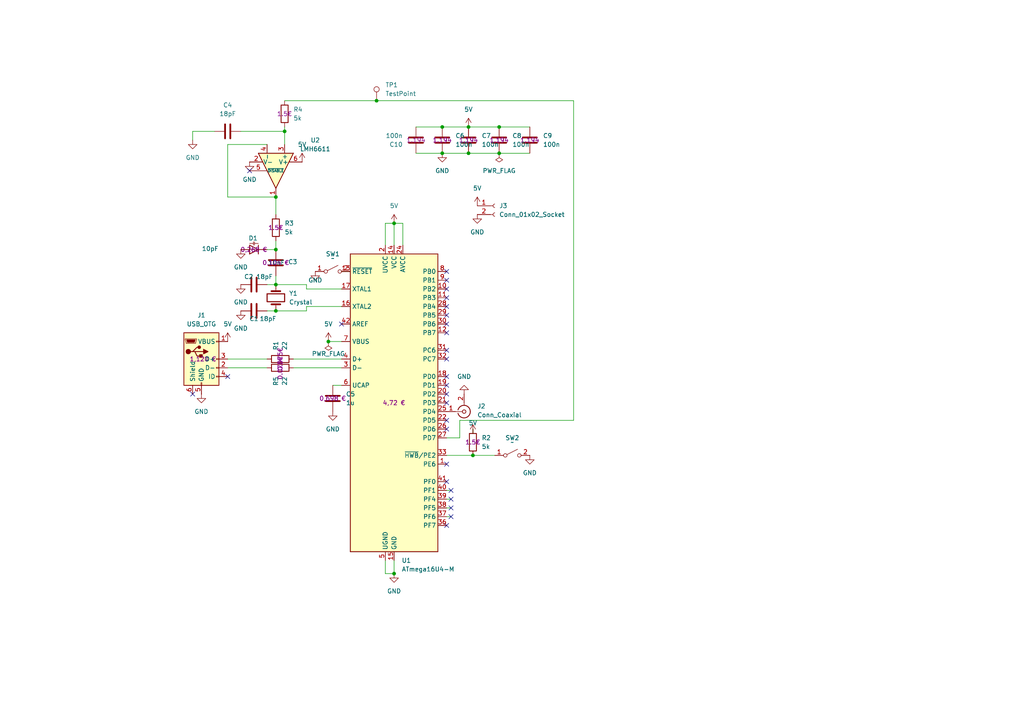
<source format=kicad_sch>
(kicad_sch (version 20250114) (generator "eeschema") (generator_version "9.0")
  (paper "A4")
  (lib_symbols
    (symbol "Amplifier_Operational:LMH6611" (pin_names (offset 0.127))
      (property "Reference" "U" (at 2.54 3.81 0))
      (property "Value" "LMH6611" (at 2.54 -3.81 0))
      (symbol "LMH6611_0_1"
        (polyline (pts (xy -5.08 5.08) (xy 5.08 0) (xy -5.08 -5.08) (xy -5.08 5.08)) (stroke (width 0.254)) (fill (type background)))
      )
      (symbol "LMH6611_1_1"
        (pin input line (at -7.62 2.54 0) (length 2.54) (name "+") (number "3"))
        (pin input line (at -7.62 -2.54 0) (length 2.54) (name "-") (number "4"))
        (pin power_in line (at -2.54 7.62 270) (length 3.81) (name "V+") (number "6"))
        (pin power_in line (at -2.54 -7.62 90) (length 3.81) (name "V-") (number "2"))
        (pin input line (at 0 -7.62 90) (length 5.08) (name "~{DISABLE}") (number "5"))
        (pin output line (at 7.62 0 180) (length 2.54) (name "~") (number "1"))
      )
    )
    (symbol "Connector:Conn_01x02_Socket" (pin_names (offset 1.016) (hide yes))
      (property "Reference" "J" (at 0 2.54 0))
      (property "Value" "Conn_01x02_Socket" (at 0 -5.08 0))
      (symbol "Conn_01x02_Socket_1_1"
        (polyline (pts (xy -1.27 0) (xy -0.508 0)) (stroke (width 0.1524)))
        (polyline (pts (xy -1.27 -2.54) (xy -0.508 -2.54)) (stroke (width 0.1524)))
        (arc (start 0 -0.508) (mid -0.5058 0) (end 0 0.508) (stroke (width 0.1524)))
        (arc (start 0 -3.048) (mid -0.5058 -2.54) (end 0 -2.032) (stroke (width 0.1524)))
        (pin passive line (at -5.08 0 0) (length 3.81) (name "Pin_1") (number "1"))
        (pin passive line (at -5.08 -2.54 0) (length 3.81) (name "Pin_2") (number "2"))
      )
    )
    (symbol "Connector:Conn_Coaxial" (pin_names (offset 1.016) (hide yes))
      (property "Reference" "J" (at 0.254 3.048 0))
      (property "Value" "Conn_Coaxial" (at 2.921 0 90))
      (symbol "Conn_Coaxial_0_1"
        (polyline (pts (xy -2.54 0) (xy -0.508 0)))
        (arc (start 1.778 0) (mid 0.222 -1.8079) (end -1.778 -0.508) (stroke (width 0.254)))
        (arc (start -1.778 0.508) (mid 0.2221 1.8084) (end 1.778 0) (stroke (width 0.254)))
        (circle (center 0 0) (radius 0.508) (stroke (width 0.2032)))
        (polyline (pts (xy 0 -2.54) (xy 0 -1.778)))
      )
      (symbol "Conn_Coaxial_1_1"
        (pin passive line (at -5.08 0 0) (length 2.54) (name "In") (number "1"))
        (pin passive line (at 0 -5.08 90) (length 2.54) (name "Ext") (number "2"))
      )
    )
    (symbol "Connector:TestPoint" (pin_numbers (hide yes)) (pin_names (offset 0.762) (hide yes))
      (property "Reference" "TP" (at 0 6.858 0))
      (property "Value" "TestPoint" (at 0 5.08 0))
      (symbol "TestPoint_0_1"
        (circle (center 0 3.302) (radius 0.762))
      )
      (symbol "TestPoint_1_1"
        (pin passive line (at 0 0 90) (length 2.54) (name "1") (number "1"))
      )
    )
    (symbol "Connector:USB_OTG" (pin_names (offset 1.016))
      (property "Reference" "J" (at -5.08 11.43 0))
      (property "Value" "USB_OTG" (at -5.08 8.89 0))
      (symbol "USB_OTG_0_1"
        (rectangle (start -5.08 -7.62) (end 5.08 7.62) (stroke (width 0.254)) (fill (type background)))
        (polyline (pts (xy -4.699 5.842) (xy -4.699 5.588) (xy -4.445 4.826) (xy -4.445 4.572) (xy -1.651 4.572) (xy -1.651 4.826) (xy -1.397 5.588) (xy -1.397 5.842) (xy -4.699 5.842)))
        (polyline (pts (xy -4.318 5.588) (xy -1.778 5.588) (xy -2.032 4.826) (xy -4.064 4.826) (xy -4.318 5.588)) (fill (type outline)))
        (circle (center -3.81 2.159) (radius 0.635) (stroke (width 0.254)) (fill (type outline)))
        (polyline (pts (xy -3.175 2.159) (xy -2.54 2.159) (xy -1.27 3.429) (xy -0.635 3.429)) (stroke (width 0.254)))
        (polyline (pts (xy -2.54 2.159) (xy -1.905 2.159) (xy -1.27 0.889) (xy 0 0.889)) (stroke (width 0.254)))
        (polyline (pts (xy -1.905 2.159) (xy 0.635 2.159)) (stroke (width 0.254)))
        (circle (center -0.635 3.429) (radius 0.381) (stroke (width 0.254)) (fill (type outline)))
        (rectangle (start -0.127 -7.62) (end 0.127 -6.858))
        (rectangle (start 0.254 1.27) (end -0.508 0.508) (stroke (width 0.254)) (fill (type outline)))
        (polyline (pts (xy 0.635 2.794) (xy 0.635 1.524) (xy 1.905 2.159) (xy 0.635 2.794)) (stroke (width 0.254)) (fill (type outline)))
        (rectangle (start 5.08 4.953) (end 4.318 5.207))
        (rectangle (start 5.08 -0.127) (end 4.318 0.127))
        (rectangle (start 5.08 -2.667) (end 4.318 -2.413))
        (rectangle (start 5.08 -5.207) (end 4.318 -4.953))
      )
      (symbol "USB_OTG_1_1"
        (pin passive line (at -2.54 -10.16 90) (length 2.54) (name "Shield") (number "6"))
        (pin passive line (at 0 -10.16 90) (length 2.54) (name "GND") (number "5"))
        (pin passive line (at 7.62 5.08 180) (length 2.54) (name "VBUS") (number "1"))
        (pin bidirectional line (at 7.62 0 180) (length 2.54) (name "D+") (number "3"))
        (pin bidirectional line (at 7.62 -2.54 180) (length 2.54) (name "D-") (number "2"))
        (pin passive line (at 7.62 -5.08 180) (length 2.54) (name "ID") (number "4"))
      )
    )
    (symbol "Device:C" (pin_numbers (hide yes)) (pin_names (offset 0.254))
      (property "Reference" "C" (at 0.635 2.54 0))
      (property "Value" "C" (at 0.635 -2.54 0))
      (symbol "C_0_1"
        (polyline (pts (xy -2.032 0.762) (xy 2.032 0.762)) (stroke (width 0.508)))
        (polyline (pts (xy -2.032 -0.762) (xy 2.032 -0.762)) (stroke (width 0.508)))
      )
      (symbol "C_1_1"
        (pin passive line (at 0 3.81 270) (length 2.794) (name "~") (number "1"))
        (pin passive line (at 0 -3.81 90) (length 2.794) (name "~") (number "2"))
      )
    )
    (symbol "Device:Crystal" (pin_numbers (hide yes)) (pin_names (offset 1.016) (hide yes))
      (property "Reference" "Y" (at 0 3.81 0))
      (property "Value" "Crystal" (at 0 -3.81 0))
      (symbol "Crystal_0_1"
        (polyline (pts (xy -2.54 0) (xy -1.905 0)))
        (polyline (pts (xy -1.905 -1.27) (xy -1.905 1.27)) (stroke (width 0.508)))
        (rectangle (start -1.143 2.54) (end 1.143 -2.54) (stroke (width 0.3048)))
        (polyline (pts (xy 1.905 -1.27) (xy 1.905 1.27)) (stroke (width 0.508)))
        (polyline (pts (xy 2.54 0) (xy 1.905 0)))
      )
      (symbol "Crystal_1_1"
        (pin passive line (at -3.81 0 0) (length 1.27) (name "1") (number "1"))
        (pin passive line (at 3.81 0 180) (length 1.27) (name "2") (number "2"))
      )
    )
    (symbol "Device:D_Capacitance" (pin_numbers (hide yes)) (pin_names (offset 1.016) (hide yes))
      (property "Reference" "D" (at 0 2.54 0))
      (property "Value" "D_Capacitance" (at 0 -3.302 0))
      (symbol "D_Capacitance_0_1"
        (polyline (pts (xy -1.27 1.27) (xy -1.27 -1.27)) (stroke (width 0.254)))
        (polyline (pts (xy -1.27 0) (xy 1.27 0)))
        (polyline (pts (xy -1.27 -1.778) (xy -0.1524 -1.778)))
        (polyline (pts (xy -0.1524 -1.27) (xy -0.1524 -2.286)))
        (polyline (pts (xy 0.1524 -1.27) (xy 0.1524 -2.286)))
        (polyline (pts (xy 0.1524 -1.778) (xy 1.27 -1.778)))
        (polyline (pts (xy 1.27 1.27) (xy 1.27 -1.27) (xy -1.27 0) (xy 1.27 1.27)) (stroke (width 0.254)))
      )
      (symbol "D_Capacitance_1_1"
        (pin passive line (at -3.81 0 0) (length 2.54) (name "K") (number "1"))
        (pin passive line (at 3.81 0 180) (length 2.54) (name "A") (number "2"))
      )
    )
    (symbol "Device:R" (pin_numbers (hide yes)) (pin_names (offset 0))
      (property "Reference" "R" (at 2.032 0 90))
      (property "Value" "R" (at 0 0 90))
      (symbol "R_0_1"
        (rectangle (start -1.016 -2.54) (end 1.016 2.54) (stroke (width 0.254)))
      )
      (symbol "R_1_1"
        (pin passive line (at 0 3.81 270) (length 1.27) (name "~") (number "1"))
        (pin passive line (at 0 -3.81 90) (length 1.27) (name "~") (number "2"))
      )
    )
    (symbol "MCU_Microchip_ATmega:ATmega16U4-M"
      (property "Reference" "U" (at -12.7 44.45 0))
      (property "Value" "ATmega16U4-M" (at 2.54 -44.45 0))
      (symbol "ATmega16U4-M_0_1"
        (rectangle (start -12.7 -43.18) (end 12.7 43.18) (stroke (width 0.254)) (fill (type background)))
      )
      (symbol "ATmega16U4-M_1_1"
        (pin input line (at -15.24 38.1 0) (length 2.54) (name "~{RESET}") (number "13"))
        (pin input line (at -15.24 33.02 0) (length 2.54) (name "XTAL1") (number "17"))
        (pin output line (at -15.24 27.94 0) (length 2.54) (name "XTAL2") (number "16"))
        (pin passive line (at -15.24 22.86 0) (length 2.54) (name "AREF") (number "42"))
        (pin input line (at -15.24 17.78 0) (length 2.54) (name "VBUS") (number "7"))
        (pin bidirectional line (at -15.24 12.7 0) (length 2.54) (name "D+") (number "4"))
        (pin bidirectional line (at -15.24 10.16 0) (length 2.54) (name "D-") (number "3"))
        (pin passive line (at -15.24 5.08 0) (length 2.54) (name "UCAP") (number "6"))
        (pin power_in line (at -2.54 45.72 270) (length 2.54) (name "UVCC") (number "2"))
        (pin passive line (at -2.54 -45.72 90) (length 2.54) (name "UGND") (number "5"))
        (pin power_in line (at 0 45.72 270) (length 2.54) (name "VCC") (number "14"))
        (pin passive line (at 0 45.72 270) (length 2.54) (hide yes) (name "VCC") (number "34"))
        (pin power_in line (at 0 -45.72 90) (length 2.54) (name "GND") (number "15"))
        (pin passive line (at 0 -45.72 90) (length 2.54) (hide yes) (name "GND") (number "23"))
        (pin passive line (at 0 -45.72 90) (length 2.54) (hide yes) (name "GND") (number "35"))
        (pin passive line (at 0 -45.72 90) (length 2.54) (hide yes) (name "GND") (number "43"))
        (pin passive line (at 0 -45.72 90) (length 2.54) (hide yes) (name "GND") (number "45"))
        (pin power_in line (at 2.54 45.72 270) (length 2.54) (name "AVCC") (number "24"))
        (pin passive line (at 2.54 45.72 270) (length 2.54) (hide yes) (name "AVCC") (number "44"))
        (pin bidirectional line (at 15.24 38.1 180) (length 2.54) (name "PB0") (number "8"))
        (pin bidirectional line (at 15.24 35.56 180) (length 2.54) (name "PB1") (number "9"))
        (pin bidirectional line (at 15.24 33.02 180) (length 2.54) (name "PB2") (number "10"))
        (pin bidirectional line (at 15.24 30.48 180) (length 2.54) (name "PB3") (number "11"))
        (pin bidirectional line (at 15.24 27.94 180) (length 2.54) (name "PB4") (number "28"))
        (pin bidirectional line (at 15.24 25.4 180) (length 2.54) (name "PB5") (number "29"))
        (pin bidirectional line (at 15.24 22.86 180) (length 2.54) (name "PB6") (number "30"))
        (pin bidirectional line (at 15.24 20.32 180) (length 2.54) (name "PB7") (number "12"))
        (pin bidirectional line (at 15.24 15.24 180) (length 2.54) (name "PC6") (number "31"))
        (pin bidirectional line (at 15.24 12.7 180) (length 2.54) (name "PC7") (number "32"))
        (pin bidirectional line (at 15.24 7.62 180) (length 2.54) (name "PD0") (number "18"))
        (pin bidirectional line (at 15.24 5.08 180) (length 2.54) (name "PD1") (number "19"))
        (pin bidirectional line (at 15.24 2.54 180) (length 2.54) (name "PD2") (number "20"))
        (pin bidirectional line (at 15.24 0 180) (length 2.54) (name "PD3") (number "21"))
        (pin bidirectional line (at 15.24 -2.54 180) (length 2.54) (name "PD4") (number "25"))
        (pin bidirectional line (at 15.24 -5.08 180) (length 2.54) (name "PD5") (number "22"))
        (pin bidirectional line (at 15.24 -7.62 180) (length 2.54) (name "PD6") (number "26"))
        (pin bidirectional line (at 15.24 -10.16 180) (length 2.54) (name "PD7") (number "27"))
        (pin bidirectional line (at 15.24 -15.24 180) (length 2.54) (name "~{HWB}/PE2") (number "33"))
        (pin bidirectional line (at 15.24 -17.78 180) (length 2.54) (name "PE6") (number "1"))
        (pin bidirectional line (at 15.24 -22.86 180) (length 2.54) (name "PF0") (number "41"))
        (pin bidirectional line (at 15.24 -25.4 180) (length 2.54) (name "PF1") (number "40"))
        (pin bidirectional line (at 15.24 -27.94 180) (length 2.54) (name "PF4") (number "39"))
        (pin bidirectional line (at 15.24 -30.48 180) (length 2.54) (name "PF5") (number "38"))
        (pin bidirectional line (at 15.24 -33.02 180) (length 2.54) (name "PF6") (number "37"))
        (pin bidirectional line (at 15.24 -35.56 180) (length 2.54) (name "PF7") (number "36"))
      )
    )
    (symbol "Switch:SW_SPST" (pin_names (offset 0) (hide yes))
      (property "Reference" "SW" (at 0 3.175 0))
      (property "Value" "SW_SPST" (at 0 -2.54 0))
      (symbol "SW_SPST_0_0"
        (circle (center -2.032 0) (radius 0.508))
        (polyline (pts (xy -1.524 0.254) (xy 1.524 1.778)))
        (circle (center 2.032 0) (radius 0.508))
      )
      (symbol "SW_SPST_1_1"
        (pin passive line (at -5.08 0 0) (length 2.54) (name "A") (number "1"))
        (pin passive line (at 5.08 0 180) (length 2.54) (name "B") (number "2"))
      )
    )
    (symbol "power:GND" (power) (pin_numbers (hide yes)) (pin_names (offset 0) (hide yes))
      (property "Value" "GND" (at 0 -3.81 0))
      (symbol "GND_0_1"
        (polyline (pts (xy 0 0) (xy 0 -1.27) (xy 1.27 -1.27) (xy 0 -2.54) (xy -1.27 -1.27) (xy 0 -1.27)))
      )
      (symbol "GND_1_1"
        (pin power_in line (at 0 0 270) (length 0) (name "~") (number "1"))
      )
    )
    (symbol "power:PWR_FLAG" (power) (pin_numbers (hide yes)) (pin_names (offset 0) (hide yes))
      (property "Value" "PWR_FLAG" (at 0 3.81 0))
      (symbol "PWR_FLAG_0_0"
        (pin power_out line (at 0 0 90) (length 0) (name "~") (number "1"))
      )
      (symbol "PWR_FLAG_0_1"
        (polyline (pts (xy 0 0) (xy 0 1.27) (xy -1.016 1.905) (xy 0 2.54) (xy 1.016 1.905) (xy 0 1.27)))
      )
    )
    (symbol "power:VCC" (power) (pin_numbers (hide yes)) (pin_names (offset 0) (hide yes))
      (property "Value" "VCC" (at 0 3.556 0))
      (symbol "VCC_0_1"
        (polyline (pts (xy -0.762 1.27) (xy 0 2.54)))
        (polyline (pts (xy 0 2.54) (xy 0.762 1.27)))
        (polyline (pts (xy 0 0) (xy 0 2.54)))
      )
      (symbol "VCC_1_1"
        (pin power_in line (at 0 0 90) (length 0) (name "~") (number "1"))
      )
    )
  )
  (junction (at 135.89 44.45))
  (junction (at 95.25 99.06))
  (junction (at 80.01 72.39))
  (junction (at 114.3 64.77))
  (junction (at 82.55 38.1))
  (junction (at 128.27 44.45))
  (junction (at 144.78 44.45))
  (junction (at 128.27 36.83))
  (junction (at 80.01 82.55))
  (junction (at 144.78 36.83))
  (junction (at 109.22 29.21))
  (junction (at 80.01 90.17))
  (junction (at 137.16 132.08))
  (junction (at 135.89 36.83))
  (junction (at 80.01 57.15))
  (junction (at 114.3 166.37))
  (no_connect (at 129.54 139.7))
  (no_connect (at 130.81 149.86))
  (no_connect (at 66.04 109.22))
  (no_connect (at 72.39 49.53))
  (no_connect (at 129.54 81.28))
  (no_connect (at 129.54 114.3))
  (no_connect (at 129.54 152.4))
  (no_connect (at 129.54 121.92))
  (no_connect (at 129.54 86.36))
  (no_connect (at 129.54 104.14))
  (no_connect (at 99.06 93.98))
  (no_connect (at 129.54 111.76))
  (no_connect (at 129.54 134.62))
  (no_connect (at 129.54 124.46))
  (no_connect (at 129.54 96.52))
  (no_connect (at 129.54 91.44))
  (no_connect (at 130.81 142.24))
  (no_connect (at 129.54 101.6))
  (no_connect (at 130.81 147.32))
  (no_connect (at 129.54 116.84))
  (no_connect (at 129.54 93.98))
  (no_connect (at 55.88 114.3))
  (no_connect (at 129.54 83.82))
  (no_connect (at 129.54 78.74))
  (no_connect (at 129.54 109.22))
  (no_connect (at 129.54 88.9))
  (no_connect (at 130.81 144.78))
  (wire (pts (xy 114.3 64.77) (xy 114.3 71.12)))
  (wire (pts (xy 88.9 88.9) (xy 88.9 90.17)))
  (wire (pts (xy 66.04 57.15) (xy 66.04 41.91)))
  (wire (pts (xy 66.04 41.91) (xy 77.47 41.91)))
  (wire (pts (xy 69.85 38.1) (xy 82.55 38.1)))
  (wire (pts (xy 135.89 44.45) (xy 144.78 44.45)))
  (wire (pts (xy 66.04 106.68) (xy 77.47 106.68)))
  (wire (pts (xy 82.55 36.83) (xy 82.55 38.1)))
  (wire (pts (xy 80.01 57.15) (xy 80.01 62.23)))
  (wire (pts (xy 128.27 36.83) (xy 135.89 36.83)))
  (wire (pts (xy 80.01 69.85) (xy 80.01 72.39)))
  (wire (pts (xy 85.09 106.68) (xy 99.06 106.68)))
  (wire (pts (xy 82.55 29.21) (xy 109.22 29.21)))
  (wire (pts (xy 85.09 104.14) (xy 99.06 104.14)))
  (wire (pts (xy 55.88 38.1) (xy 62.23 38.1)))
  (wire (pts (xy 133.35 121.92) (xy 166.37 121.92)))
  (wire (pts (xy 166.37 121.92) (xy 166.37 29.21)))
  (wire (pts (xy 80.01 90.17) (xy 88.9 90.17)))
  (wire (pts (xy 99.06 88.9) (xy 88.9 88.9)))
  (wire (pts (xy 137.16 125.73) (xy 137.16 124.46)))
  (wire (pts (xy 133.35 127) (xy 133.35 121.92)))
  (wire (pts (xy 129.54 149.86) (xy 130.81 149.86)))
  (wire (pts (xy 120.65 44.45) (xy 128.27 44.45)))
  (wire (pts (xy 77.47 82.55) (xy 80.01 82.55)))
  (wire (pts (xy 114.3 162.56) (xy 114.3 166.37)))
  (wire (pts (xy 116.84 64.77) (xy 114.3 64.77)))
  (wire (pts (xy 129.54 147.32) (xy 130.81 147.32)))
  (wire (pts (xy 55.88 40.64) (xy 55.88 38.1)))
  (wire (pts (xy 137.16 132.08) (xy 143.51 132.08)))
  (wire (pts (xy 144.78 36.83) (xy 153.67 36.83)))
  (wire (pts (xy 128.27 44.45) (xy 135.89 44.45)))
  (wire (pts (xy 111.76 64.77) (xy 114.3 64.77)))
  (wire (pts (xy 66.04 57.15) (xy 80.01 57.15)))
  (wire (pts (xy 120.65 36.83) (xy 128.27 36.83)))
  (wire (pts (xy 99.06 83.82) (xy 88.9 83.82)))
  (wire (pts (xy 129.54 144.78) (xy 130.81 144.78)))
  (wire (pts (xy 95.25 99.06) (xy 99.06 99.06)))
  (wire (pts (xy 111.76 166.37) (xy 114.3 166.37)))
  (wire (pts (xy 82.55 38.1) (xy 82.55 41.91)))
  (wire (pts (xy 66.04 104.14) (xy 77.47 104.14)))
  (wire (pts (xy 129.54 132.08) (xy 137.16 132.08)))
  (wire (pts (xy 99.06 78.74) (xy 101.6 78.74)))
  (wire (pts (xy 111.76 162.56) (xy 111.76 166.37)))
  (wire (pts (xy 133.35 127) (xy 129.54 127)))
  (wire (pts (xy 88.9 83.82) (xy 88.9 82.55)))
  (wire (pts (xy 109.22 29.21) (xy 166.37 29.21)))
  (wire (pts (xy 135.89 36.83) (xy 144.78 36.83)))
  (wire (pts (xy 96.52 111.76) (xy 99.06 111.76)))
  (wire (pts (xy 80.01 80.01) (xy 80.01 82.55)))
  (wire (pts (xy 77.47 72.39) (xy 80.01 72.39)))
  (wire (pts (xy 116.84 71.12) (xy 116.84 64.77)))
  (wire (pts (xy 77.47 90.17) (xy 80.01 90.17)))
  (wire (pts (xy 111.76 71.12) (xy 111.76 64.77)))
  (wire (pts (xy 144.78 44.45) (xy 153.67 44.45)))
  (wire (pts (xy 129.54 142.24) (xy 130.81 142.24)))
  (wire (pts (xy 80.01 82.55) (xy 88.9 82.55)))
  (symbol (lib_id "power:GND") (at 69.85 82.55 0) (unit 1)
    (property "Reference" "#PWR08" (effects (hide yes)))
    (property "Value" "GND" (at 69.85 87.63 0))
    (property "Description" "Power symbol creates a global label with name \"GND\" , ground" (effects (hide yes)))
  )
  (symbol (lib_id "Device:C") (at 120.65 40.64 180) (unit 1)
    (property "Reference" "C10" (at 116.84 41.9101 0) (effects (justify left)))
    (property "Value" "100n" (at 116.84 39.3701 0) (effects (justify left)))
    (property "Footprint" "Capacitor_SMD:C_0805_2012Metric_Pad1.18x1.45mm_HandSolder" (effects (hide yes)))
    (property "Datasheet" "kicad-embed://VISH-S-A0002281208-1 (1).pdf" (effects (hide yes)))
    (property "Description" "Unpolarized capacitor" (effects (hide yes)))
    (property "prix" "1.194" (at 120.65 40.64 0))
  )
  (symbol (lib_id "Amplifier_Operational:LMH6611") (at 80.01 49.53 270) (unit 1)
    (property "Reference" "U2" (at 91.44 40.6714 90))
    (property "Value" "LMH6611" (at 91.44 43.2114 90))
    (property "Footprint" "Package_TO_SOT_SMD:TSOT-23-6" (effects (hide yes)))
    (property "Datasheet" "http://www.ti.com/lit/ds/symlink/lmh6612.pdf" (effects (hide yes)))
    (property "Description" "Single Supply, 345 MHz, Rail-to-Rail Output, Amplifier, TSOT-23-6" (effects (hide yes)))
  )
  (symbol (lib_id "power:GND") (at 134.62 114.3 180) (unit 1)
    (property "Reference" "#PWR018" (effects (hide yes)))
    (property "Value" "GND" (at 134.62 109.22 0))
    (property "Description" "Power symbol creates a global label with name \"GND\" , ground" (effects (hide yes)))
  )
  (symbol (lib_id "Device:Crystal") (at 80.01 86.36 270) (unit 1)
    (property "Reference" "Y1" (at 83.82 85.0899 90) (effects (justify left)))
    (property "Value" "Crystal" (at 83.82 87.6299 90) (effects (justify left)))
    (property "Footprint" "Crystal:Crystal_HC49-U_Vertical" (effects (hide yes)))
    (property "Description" "Two pin crystal" (effects (hide yes)))
  )
  (symbol (lib_id "power:GND") (at 69.85 90.17 0) (unit 1)
    (property "Reference" "#PWR07" (effects (hide yes)))
    (property "Value" "GND" (at 69.85 95.25 0))
    (property "Description" "Power symbol creates a global label with name \"GND\" , ground" (effects (hide yes)))
  )
  (symbol (lib_id "Device:C") (at 73.66 90.17 270) (unit 1)
    (property "Reference" "C1" (at 73.66 92.456 90))
    (property "Value" "18pF" (at 77.724 92.456 90))
    (property "Footprint" "Capacitor_SMD:C_0805_2012Metric_Pad1.18x1.45mm_HandSolder" (effects (hide yes)))
    (property "Datasheet" "kicad-embed://4387992.pdf" (effects (hide yes)))
    (property "Description" "Unpolarized capacitor" (effects (hide yes)))
  )
  (symbol (lib_id "power:VCC") (at 66.04 99.06 0) (unit 1)
    (property "Reference" "#PWR015" (effects (hide yes)))
    (property "Value" "5V" (at 66.04 93.98 0))
    (property "Description" "Power symbol creates a global label with name \"VCC\"" (effects (hide yes)))
  )
  (symbol (lib_id "power:GND") (at 72.39 46.99 0) (unit 1)
    (property "Reference" "#PWR012" (effects (hide yes)))
    (property "Value" "GND" (at 72.39 52.07 0))
    (property "Description" "Power symbol creates a global label with name \"GND\" , ground" (effects (hide yes)))
  )
  (symbol (lib_id "Device:D_Capacitance") (at 73.66 72.39 180) (unit 1)
    (property "Reference" "D1" (at 73.406 69.088 0))
    (property "Value" "10pF" (at 60.96 72.136 0))
    (property "Footprint" "Diode_SMD:D_SOD-323" (effects (hide yes)))
    (property "Datasheet" "kicad-embed://4000099.pdf" (effects (hide yes)))
    (property "Description" "Variable capacitance diode" (effects (hide yes)))
    (property "prix" "0,268 €" (at 73.66 72.39 0))
  )
  (symbol (lib_id "Connector:Conn_01x02_Socket") (at 143.51 59.69 0) (unit 1)
    (property "Reference" "J3" (at 144.78 59.6899 0) (effects (justify left)))
    (property "Value" "Conn_01x02_Socket" (at 144.78 62.2299 0) (effects (justify left)))
    (property "Footprint" "Connector_PinHeader_2.54mm:PinHeader_1x02_P2.54mm_Vertical" (effects (hide yes)))
    (property "Description" "Generic connector, single row, 01x02, script generated" (effects (hide yes)))
  )
  (symbol (lib_id "Connector:USB_OTG") (at 58.42 104.14 0) (unit 1)
    (property "Reference" "J1" (at 58.42 91.44 0))
    (property "Value" "USB_OTG" (at 58.42 93.98 0))
    (property "Footprint" "Connector_USB:USB_Micro-B_Molex-105017-0001" (effects (hide yes)))
    (property "Datasheet" "kicad-embed://MOLE-S-A0011123383-1.pdf" (effects (hide yes)))
    (property "Description" "USB mini/micro connector" (effects (hide yes)))
    (property "prix" " 1,120 €" (at 58.42 104.14 0))
  )
  (symbol (lib_id "power:GND") (at 69.85 72.39 0) (unit 1)
    (property "Reference" "#PWR09" (effects (hide yes)))
    (property "Value" "GND" (at 69.85 77.47 0))
    (property "Description" "Power symbol creates a global label with name \"GND\" , ground" (effects (hide yes)))
  )
  (symbol (lib_id "power:GND") (at 96.52 119.38 0) (unit 1)
    (property "Reference" "#PWR013" (effects (hide yes)))
    (property "Value" "GND" (at 96.52 124.46 0))
    (property "Description" "Power symbol creates a global label with name \"GND\" , ground" (effects (hide yes)))
  )
  (symbol (lib_id "power:VCC") (at 87.63 46.99 0) (unit 1)
    (property "Reference" "#PWR011" (effects (hide yes)))
    (property "Value" "5V" (at 87.63 41.91 0))
    (property "Description" "Power symbol creates a global label with name \"VCC\"" (effects (hide yes)))
  )
  (symbol (lib_id "power:GND") (at 58.42 114.3 0) (unit 1)
    (property "Reference" "#PWR014" (effects (hide yes)))
    (property "Value" "GND" (at 58.42 119.38 0))
    (property "Description" "Power symbol creates a global label with name \"GND\" , ground" (effects (hide yes)))
  )
  (symbol (lib_id "Switch:SW_SPST") (at 148.59 132.08 0) (unit 1)
    (property "Reference" "SW2" (at 148.59 127 0))
    (property "Value" "~" (at 148.59 128.27 0))
    (property "Footprint" "Button_Switch_THT:SW_PUSH_6mm" (effects (hide yes)))
    (property "Description" "Single Pole Single Throw (SPST) switch" (effects (hide yes)))
  )
  (symbol (lib_id "power:GND") (at 91.44 78.74 0) (unit 1)
    (property "Reference" "#PWR01" (effects (hide yes)))
    (property "Value" "GND" (at 91.44 81.28 0))
    (property "Description" "Power symbol creates a global label with name \"GND\" , ground" (effects (hide yes)))
  )
  (symbol (lib_id "Device:C") (at 96.52 115.57 0) (unit 1)
    (property "Reference" "C5" (at 100.33 114.2999 0) (effects (justify left)))
    (property "Value" "1u" (at 100.33 116.8399 0) (effects (justify left)))
    (property "Footprint" "Capacitor_SMD:C_0805_2012Metric_Pad1.18x1.45mm_HandSolder" (effects (hide yes)))
    (property "Datasheet" "kicad-embed://VISH-S-A0002281208-1.pdf" (effects (hide yes)))
    (property "Description" "Unpolarized capacitor" (effects (hide yes)))
    (property "prix" "0,698 €" (at 96.52 115.57 0))
  )
  (symbol (lib_id "power:GND") (at 153.67 132.08 0) (unit 1)
    (property "Reference" "#PWR03" (effects (hide yes)))
    (property "Value" "GND" (at 153.67 137.16 0))
    (property "Description" "Power symbol creates a global label with name \"GND\" , ground" (effects (hide yes)))
  )
  (symbol (lib_id "power:GND") (at 128.27 44.45 0) (unit 1)
    (property "Reference" "#PWR017" (effects (hide yes)))
    (property "Value" "GND" (at 128.27 49.53 0))
    (property "Description" "Power symbol creates a global label with name \"GND\" , ground" (effects (hide yes)))
  )
  (symbol (lib_id "Device:R") (at 80.01 66.04 0) (unit 1)
    (property "Reference" "R3" (at 82.55 64.7699 0) (effects (justify left)))
    (property "Value" "5k" (at 82.55 67.3099 0) (effects (justify left)))
    (property "Footprint" "Resistor_SMD:R_0805_2012Metric_Pad1.20x1.40mm_HandSolder" (effects (hide yes)))
    (property "Datasheet" "kicad-embed://560112120024.pdf" (effects (hide yes)))
    (property "Description" "Resistor" (effects (hide yes)))
    (property "prix" "1.5€" (at 80.01 66.04 0))
  )
  (symbol (lib_id "power:VCC") (at 137.16 125.73 0) (unit 1)
    (property "Reference" "#PWR04" (effects (hide yes)))
    (property "Value" "5V" (at 137.16 122.682 0))
    (property "Description" "Power symbol creates a global label with name \"VCC\"" (effects (hide yes)))
  )
  (symbol (lib_id "Connector:Conn_Coaxial") (at 134.62 119.38 0) (mirror x) (unit 1)
    (property "Reference" "J2" (at 138.43 117.8167 0) (effects (justify left)))
    (property "Value" "Conn_Coaxial" (at 138.43 120.3567 0) (effects (justify left)))
    (property "Footprint" "Connector_Coaxial:SMA_Amphenol_132134-14_Vertical" (effects (hide yes)))
    (property "Description" "coaxial connector (BNC, SMA, SMB, SMC, Cinch/RCA, LEMO, ...)" (effects (hide yes)))
  )
  (symbol (lib_id "Device:R") (at 81.28 104.14 90) (unit 1)
    (property "Reference" "R1" (at 80.0099 101.6 0) (effects (justify left)))
    (property "Value" "22" (at 82.5499 101.6 0) (effects (justify left)))
    (property "Footprint" "Resistor_SMD:R_0805_2012Metric_Pad1.20x1.40mm_HandSolder" (effects (hide yes)))
    (property "Datasheet" "kicad-embed://560112120025.pdf" (effects (hide yes)))
    (property "Description" "Resistor" (effects (hide yes)))
    (property "prix" "0.075€" (at 81.28 104.14 0))
  )
  (symbol (lib_id "power:PWR_FLAG") (at 144.78 44.45 180) (unit 1)
    (property "Reference" "#FLG01" (effects (hide yes)))
    (property "Value" "PWR_FLAG" (at 144.78 49.53 0))
    (property "Description" "Special symbol for telling ERC where power comes from" (effects (hide yes)))
  )
  (symbol (lib_id "Device:C") (at 66.04 38.1 90) (unit 1)
    (property "Reference" "C4" (at 66.04 30.48 90))
    (property "Value" "18pF" (at 66.04 33.02 90))
    (property "Footprint" "Capacitor_SMD:C_0805_2012Metric_Pad1.18x1.45mm_HandSolder" (effects (hide yes)))
    (property "Datasheet" "kicad-embed://4387992.pdf" (effects (hide yes)))
    (property "Description" "Unpolarized capacitor" (effects (hide yes)))
  )
  (symbol (lib_id "power:GND") (at 114.3 166.37 0) (unit 1)
    (property "Reference" "#PWR06" (effects (hide yes)))
    (property "Value" "GND" (at 114.3 171.45 0))
    (property "Description" "Power symbol creates a global label with name \"GND\" , ground" (effects (hide yes)))
  )
  (symbol (lib_id "Device:C") (at 80.01 76.2 0) (unit 1)
    (property "Reference" "C3" (at 83.566 75.946 0) (effects (justify left)))
    (property "Value" "10nF" (at 77.724 76.2 0) (effects (justify left)))
    (property "Footprint" "Capacitor_SMD:C_0805_2012Metric_Pad1.18x1.45mm_HandSolder" (effects (hide yes)))
    (property "Datasheet" "kicad-embed://4387992.pdf" (effects (hide yes)))
    (property "Description" "Unpolarized capacitor" (effects (hide yes)))
    (property "prix" "0,104 €" (at 80.01 76.2 0))
  )
  (symbol (lib_id "Connector:TestPoint") (at 109.22 29.21 0) (unit 1)
    (property "Reference" "TP1" (at 111.76 24.6379 0) (effects (justify left)))
    (property "Value" "TestPoint" (at 111.76 27.1779 0) (effects (justify left)))
    (property "Footprint" "TestPoint:TestPoint_Pad_D2.0mm" (effects (hide yes)))
    (property "Description" "test point" (effects (hide yes)))
  )
  (symbol (lib_id "Device:C") (at 128.27 40.64 0) (unit 1)
    (property "Reference" "C6" (at 132.08 39.3699 0) (effects (justify left)))
    (property "Value" "100n" (at 132.08 41.9099 0) (effects (justify left)))
    (property "Footprint" "Capacitor_SMD:C_0805_2012Metric_Pad1.18x1.45mm_HandSolder" (effects (hide yes)))
    (property "Datasheet" "kicad-embed://VISH-S-A0002281208-1 (1).pdf" (effects (hide yes)))
    (property "Description" "Unpolarized capacitor" (effects (hide yes)))
    (property "prix" "1.194" (at 128.27 40.64 0))
  )
  (symbol (lib_id "Device:R") (at 82.55 33.02 0) (unit 1)
    (property "Reference" "R4" (at 85.09 31.7499 0) (effects (justify left)))
    (property "Value" "5k" (at 85.09 34.2899 0) (effects (justify left)))
    (property "Footprint" "Resistor_SMD:R_0805_2012Metric_Pad1.20x1.40mm_HandSolder" (effects (hide yes)))
    (property "Datasheet" "kicad-embed://560112120024.pdf" (effects (hide yes)))
    (property "Description" "Resistor" (effects (hide yes)))
    (property "prix" "1.5€" (at 82.55 33.02 0))
  )
  (symbol (lib_id "Device:C") (at 73.66 82.55 90) (unit 1)
    (property "Reference" "C2" (at 72.136 80.264 90))
    (property "Value" "18pF" (at 76.708 80.264 90))
    (property "Footprint" "Capacitor_SMD:C_0805_2012Metric_Pad1.18x1.45mm_HandSolder" (effects (hide yes)))
    (property "Datasheet" "kicad-embed://4387992.pdf" (effects (hide yes)))
    (property "Description" "Unpolarized capacitor" (effects (hide yes)))
  )
  (symbol (lib_id "Device:C") (at 153.67 40.64 0) (unit 1)
    (property "Reference" "C9" (at 157.48 39.3699 0) (effects (justify left)))
    (property "Value" "100n" (at 157.48 41.9099 0) (effects (justify left)))
    (property "Footprint" "Capacitor_SMD:C_0805_2012Metric_Pad1.18x1.45mm_HandSolder" (effects (hide yes)))
    (property "Datasheet" "kicad-embed://VISH-S-A0002281208-1 (1).pdf" (effects (hide yes)))
    (property "Description" "Unpolarized capacitor" (effects (hide yes)))
    (property "prix" "1.194" (at 153.67 40.64 0))
  )
  (symbol (lib_id "Device:C") (at 144.78 40.64 0) (unit 1)
    (property "Reference" "C8" (at 148.59 39.3699 0) (effects (justify left)))
    (property "Value" "100n" (at 148.59 41.9099 0) (effects (justify left)))
    (property "Footprint" "Capacitor_SMD:C_0805_2012Metric_Pad1.18x1.45mm_HandSolder" (effects (hide yes)))
    (property "Datasheet" "kicad-embed://VISH-S-A0002281208-1 (1).pdf" (effects (hide yes)))
    (property "Description" "Unpolarized capacitor" (effects (hide yes)))
    (property "prix" "1.194" (at 144.78 40.64 0))
  )
  (symbol (lib_id "Device:R") (at 81.28 106.68 90) (mirror x) (unit 1)
    (property "Reference" "R5" (at 80.0099 109.22 0) (effects (justify left)))
    (property "Value" "22" (at 82.5499 109.22 0) (effects (justify left)))
    (property "Footprint" "Resistor_SMD:R_0805_2012Metric_Pad1.20x1.40mm_HandSolder" (effects (hide yes)))
    (property "Datasheet" "kicad-embed://560112120025.pdf" (effects (hide yes)))
    (property "Description" "Resistor" (effects (hide yes)))
    (property "prix" "0.075€" (at 81.28 106.68 0))
  )
  (symbol (lib_id "Device:C") (at 135.89 40.64 0) (unit 1)
    (property "Reference" "C7" (at 139.7 39.3699 0) (effects (justify left)))
    (property "Value" "100n" (at 139.7 41.9099 0) (effects (justify left)))
    (property "Footprint" "Capacitor_SMD:C_0805_2012Metric_Pad1.18x1.45mm_HandSolder" (effects (hide yes)))
    (property "Datasheet" "kicad-embed://VISH-S-A0002281208-1 (1).pdf" (effects (hide yes)))
    (property "Description" "Unpolarized capacitor" (effects (hide yes)))
    (property "prix" "1.194" (at 135.89 40.64 0))
  )
  (symbol (lib_id "power:VCC") (at 95.25 99.06 0) (unit 1)
    (property "Reference" "#PWR02" (effects (hide yes)))
    (property "Value" "5V" (at 95.25 93.98 0))
    (property "Description" "Power symbol creates a global label with name \"VCC\"" (effects (hide yes)))
  )
  (symbol (lib_id "Device:R") (at 137.16 128.27 0) (unit 1)
    (property "Reference" "R2" (at 139.7 126.9999 0) (effects (justify left)))
    (property "Value" "5k" (at 139.7 129.5399 0) (effects (justify left)))
    (property "Footprint" "Resistor_SMD:R_0805_2012Metric_Pad1.20x1.40mm_HandSolder" (effects (hide yes)))
    (property "Datasheet" "kicad-embed://560112120024.pdf" (effects (hide yes)))
    (property "Description" "Resistor" (effects (hide yes)))
    (property "prix" "1.5€" (at 137.16 128.27 0))
  )
  (symbol (lib_id "MCU_Microchip_ATmega:ATmega16U4-M") (at 114.3 116.84 0) (unit 1)
    (property "Reference" "U1" (at 116.4941 162.56 0) (effects (justify left)))
    (property "Value" "ATmega16U4-M" (at 116.4941 165.1 0) (effects (justify left)))
    (property "Footprint" "Package_DFN_QFN:QFN-44-1EP_7x7mm_P0.5mm_EP5.2x5.2mm" (effects (hide yes)))
    (property "Datasheet" "http://ww1.microchip.com/downloads/en/DeviceDoc/Atmel-7766-8-bit-AVR-ATmega16U4-32U4_Datasheet.pdf" (effects (hide yes)))
    (property "Description" "16MHz, 16kB Flash, 1.25kB SRAM, 512B EEPROM, USB 2.0, QFN-44" (effects (hide yes)))
    (property "prix" "4,72 €" (at 114.3 116.84 0))
  )
  (symbol (lib_id "power:VCC") (at 138.43 59.69 0) (unit 1)
    (property "Reference" "#PWR020" (effects (hide yes)))
    (property "Value" "5V" (at 138.43 54.61 0))
    (property "Description" "Power symbol creates a global label with name \"VCC\"" (effects (hide yes)))
  )
  (symbol (lib_id "Switch:SW_SPST") (at 96.52 78.74 0) (unit 1)
    (property "Reference" "SW1" (at 96.52 73.66 0))
    (property "Value" "~" (at 96.52 74.93 0))
    (property "Footprint" "Button_Switch_THT:SW_PUSH_6mm" (effects (hide yes)))
    (property "Description" "Single Pole Single Throw (SPST) switch" (effects (hide yes)))
  )
  (symbol (lib_id "power:GND") (at 55.88 40.64 0) (unit 1)
    (property "Reference" "#PWR010" (effects (hide yes)))
    (property "Value" "GND" (at 55.88 45.72 0))
    (property "Description" "Power symbol creates a global label with name \"GND\" , ground" (effects (hide yes)))
  )
  (symbol (lib_id "power:GND") (at 138.43 62.23 0) (unit 1)
    (property "Reference" "#PWR019" (effects (hide yes)))
    (property "Value" "GND" (at 138.43 67.31 0))
    (property "Description" "Power symbol creates a global label with name \"GND\" , ground" (effects (hide yes)))
  )
  (symbol (lib_id "power:PWR_FLAG") (at 95.25 99.06 180) (unit 1)
    (property "Reference" "#FLG02" (effects (hide yes)))
    (property "Value" "PWR_FLAG" (at 95.25 102.616 0))
    (property "Description" "Special symbol for telling ERC where power comes from" (effects (hide yes)))
  )
  (symbol (lib_id "power:VCC") (at 135.89 36.83 0) (unit 1)
    (property "Reference" "#PWR016" (effects (hide yes)))
    (property "Value" "5V" (at 135.89 31.75 0))
    (property "Description" "Power symbol creates a global label with name \"VCC\"" (effects (hide yes)))
  )
  (symbol (lib_id "power:VCC") (at 114.3 64.77 0) (unit 1)
    (property "Reference" "#PWR05" (effects (hide yes)))
    (property "Value" "5V" (at 114.3 59.69 0))
    (property "Description" "Power symbol creates a global label with name \"VCC\"" (effects (hide yes)))
  )
)
</source>
